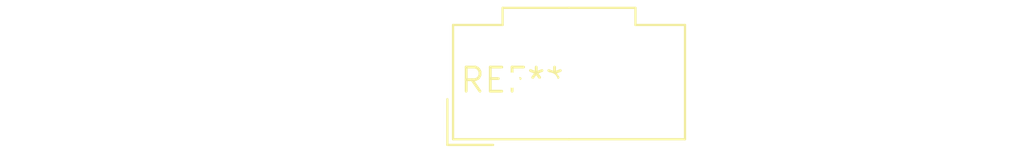
<source format=kicad_pcb>
(kicad_pcb (version 20240108) (generator pcbnew)
  (layers (0 "F.Cu" signal) (31 "B.Cu" signal) (34 "B.Paste" user) (35 "F.Paste" user) (36 "B.SilkS" user "B.Silkscreen") (37 "F.SilkS" user "F.Silkscreen") (38 "B.Mask" user) (39 "F.Mask" user) (44 "Edge.Cuts" user))
  (net 0 "")
  (footprint "Molex_MicroClasp_55932-0410_1x04_P2.00mm_Vertical" (layer "F.Cu") (at 0 0)
    (property "Reference" "REF**")
    (property "Value" "Molex_MicroClasp_55932-0410_1x04_P2.00mm_Vertical")
    (fp_line (start -3.41 1) (end -3.41 3.41) (layer "F.SilkS") (stroke (width 0.12)))
    (fp_line (start -3.41 3.41) (end -1 3.41) (layer "F.SilkS") (stroke (width 0.12)))
    (fp_line (start -3.11 -2.91) (end -3.11 3.11) (layer "F.SilkS") (stroke (width 0.12)))
    (fp_line (start -3.11 3.11) (end 3 3.11) (layer "F.SilkS") (stroke (width 0.12)))
    (fp_line (start -0.5 -3.81) (end -0.5 -2.91) (layer "F.SilkS") (stroke (width 0.12)))
    (fp_line (start -0.5 -2.91) (end -3.11 -2.91) (layer "F.SilkS") (stroke (width 0.12)))
    (fp_line (start 3 -3.81) (end -0.5 -3.81) (layer "F.SilkS") (stroke (width 0.12)))
    (fp_line (start 3 -3.81) (end 6.5 -3.81) (layer "F.SilkS") (stroke (width 0.12)))
    (fp_line (start 6.5 -3.81) (end 6.5 -2.91) (layer "F.SilkS") (stroke (width 0.12)))
    (fp_line (start 6.5 -2.91) (end 9.11 -2.91) (layer "F.SilkS") (stroke (width 0.12)))
    (fp_line (start 9.11 -2.91) (end 9.11 3.11) (layer "F.SilkS") (stroke (width 0.12)))
    (fp_line (start 9.11 3.11) (end 3 3.11) (layer "F.SilkS") (stroke (width 0.12)))
    (pad "" np_thru_hole circle (at 8 -1.9) (size 1.3 1.3) (drill 1.3) (layers *.Cu *.Mask))
    (pad "1" thru_hole roundrect (at 0 0) (size 1.2 1.8) (drill 0.8) (layers *.Cu *.Mask) (remove_unused_layers) (roundrect_rratio 0.208333))
    (pad "2" thru_hole oval (at 2 0) (size 1.2 1.8) (drill 0.8) (layers *.Cu *.Mask) (remove_unused_layers))
    (pad "3" thru_hole oval (at 4 0) (size 1.2 1.8) (drill 0.8) (layers *.Cu *.Mask) (remove_unused_layers))
    (pad "4" thru_hole oval (at 6 0) (size 1.2 1.8) (drill 0.8) (layers *.Cu *.Mask) (remove_unused_layers))
  )
)
</source>
